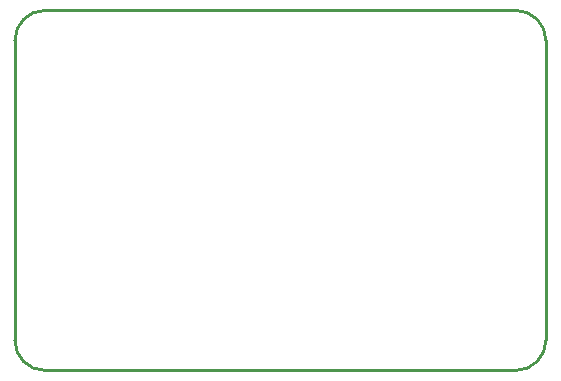
<source format=gko>
*%FSLAX55Y55*%
*%MOMM*%
G01*
%ADD11C,0.02540*%
%ADD12C,0.15240*%
%ADD13C,0.17780*%
%ADD14C,0.18627*%
%ADD15C,0.25400*%
%ADD16C,0.38100*%
%ADD17C,1.01600*%
%ADD18C,1.21920*%
%ADD19C,1.39700*%
%ADD20C,1.52400*%
%ADD21C,1.60020*%
%ADD22C,1.72720*%
%ADD23C,1.77800*%
%ADD24C,2.03200*%
%ADD25O,2.54000X0.60960*%
%ADD26O,2.54000X0.63500*%
%ADD27O,2.74320X0.81280*%
%ADD28O,2.74320X0.83820*%
%ADD29R,0.25400X0.25400*%
%ADD30R,0.25400X0.25400*%
%ADD31R,0.27652X0.27652*%
%ADD32R,0.38100X0.38100*%
%ADD33R,0.38100X0.38100*%
%ADD34R,0.50800X0.50800*%
%ADD35R,0.50800X0.50800*%
%ADD36R,0.63500X0.63500*%
%ADD37R,0.76200X0.76200*%
%ADD38R,0.76200X0.76200*%
%ADD39R,0.76200X0.76200*%
%ADD40R,0.88900X0.88900*%
%ADD41R,0.88900X0.88900*%
%ADD42R,0.93723X0.93723*%
%ADD43R,0.96520X0.96520*%
%ADD44R,0.98497X0.98497*%
%ADD45R,1.01600X1.01600*%
%ADD46R,1.01600X1.01600*%
%ADD47R,1.01600X1.01600*%
%ADD48R,1.14300X1.14300*%
%ADD49R,1.27000X1.27000*%
%ADD50R,1.27000X1.27000*%
%ADD51R,1.27000X1.52400*%
%ADD52R,1.27000X1.27000*%
%ADD53R,1.39700X1.39700*%
%ADD54R,1.39700X1.39700*%
%ADD55R,1.39700X1.39700*%
%ADD56R,1.39700X1.39700*%
%ADD57R,1.47320X1.72720*%
%ADD58R,1.52400X1.52400*%
%ADD59R,1.60020X1.60020*%
%ADD60R,1.65100X1.65100*%
%ADD61R,1.65100X1.65100*%
%ADD62R,2.03200X2.03200*%
%ADD63R,2.54000X2.54000*%
D15*
X23406100Y18757900D02*
X27393900D01*
Y21805900D02*
X23406100D01*
X23152100Y21551900D02*
Y19011900D01*
X27647900D02*
Y21551900D01*
X23406100Y21805900D02*
G75*
G03*X23152100Y21551900J-254000D01*
G74*
Y19011900D02*
G75*
G03*X23406100Y18757900I254000D01*
G74*
X27393900Y21805900D02*
G75*
G02*X27647900Y21551900J-254000D01*
G74*
Y19011900D02*
G75*
G02*X27393900Y18757900I-254000D01*
D02*
M02*

</source>
